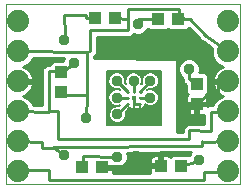
<source format=gtl>
G75*
%MOIN*%
%OFA0B0*%
%FSLAX24Y24*%
%IPPOS*%
%LPD*%
%AMOC8*
5,1,8,0,0,1.08239X$1,22.5*
%
%ADD10C,0.0000*%
%ADD11R,0.0150X0.0150*%
%ADD12C,0.0120*%
%ADD13C,0.0080*%
%ADD14R,0.0433X0.0394*%
%ADD15R,0.0394X0.0433*%
%ADD16C,0.0740*%
%ADD17C,0.0100*%
%ADD18C,0.0376*%
%ADD19C,0.0060*%
D10*
X000265Y000571D02*
X008076Y000571D01*
X008076Y006559D01*
X000265Y006559D01*
X000265Y000571D01*
D11*
X004524Y003433D03*
D12*
X004721Y003433D03*
X004721Y003236D03*
X004524Y003236D03*
X004327Y003236D03*
X004327Y003433D03*
X004327Y003630D03*
X004524Y003630D03*
X004721Y003630D03*
D13*
X004524Y003433D02*
X004524Y003236D01*
D14*
X005434Y001161D03*
X006103Y001161D03*
X003461Y001119D03*
X002792Y001119D03*
X005331Y006041D03*
X006001Y006041D03*
X003910Y006075D03*
X003241Y006075D03*
D15*
X002100Y004284D03*
X002100Y003615D03*
X006631Y003890D03*
X006631Y003221D03*
D16*
X007670Y002977D03*
X007670Y001977D03*
X007670Y000977D03*
X007670Y003977D03*
X007670Y004977D03*
X007670Y005977D03*
X000670Y005977D03*
X000670Y004977D03*
X000670Y003977D03*
X000670Y002977D03*
X000670Y001977D03*
X000670Y000977D03*
D17*
X001127Y001008D01*
X001694Y001008D01*
X001694Y000693D01*
X006855Y000693D01*
X006855Y000965D01*
X007670Y000977D01*
X006710Y001370D02*
X006667Y001319D01*
X006103Y001161D01*
X005760Y001471D02*
X005749Y001471D01*
X005754Y001466D02*
X005742Y001478D01*
X005708Y001498D01*
X005670Y001508D01*
X005482Y001508D01*
X005482Y001209D01*
X005385Y001209D01*
X005385Y001113D01*
X005067Y001113D01*
X005067Y000944D01*
X005076Y000913D01*
X003828Y000913D01*
X003828Y001070D01*
X003510Y001070D01*
X003510Y001167D01*
X003770Y001167D01*
X003778Y001159D01*
X003910Y001104D01*
X004052Y001104D01*
X004184Y001159D01*
X004285Y001260D01*
X004339Y001391D01*
X004339Y001534D01*
X004317Y001587D01*
X006441Y001608D01*
X006407Y001573D01*
X006388Y001528D01*
X005816Y001528D01*
X005754Y001466D01*
X005482Y001471D02*
X005385Y001471D01*
X005385Y001508D02*
X005198Y001508D01*
X005159Y001498D01*
X005125Y001478D01*
X005097Y001450D01*
X005078Y001416D01*
X005067Y001378D01*
X005067Y001209D01*
X005385Y001209D01*
X005385Y001508D01*
X005385Y001373D02*
X005482Y001373D01*
X005482Y001274D02*
X005385Y001274D01*
X005385Y001176D02*
X004201Y001176D01*
X004291Y001274D02*
X005067Y001274D01*
X005067Y001373D02*
X004332Y001373D01*
X004339Y001471D02*
X005119Y001471D01*
X005029Y001181D02*
X005434Y001161D01*
X005067Y001077D02*
X003510Y001077D01*
X003461Y001119D02*
X004733Y001189D01*
X004609Y001477D01*
X004324Y001570D02*
X006405Y001570D01*
X006796Y001831D02*
X006796Y001965D01*
X007670Y001977D01*
X007103Y002331D02*
X006383Y002339D01*
X006383Y002071D01*
X001993Y002071D01*
X001993Y003004D01*
X001702Y003004D01*
X001690Y004311D01*
X002096Y004300D01*
X002100Y004284D01*
X002218Y004324D01*
X002538Y004588D01*
X002206Y004722D02*
X001149Y004722D01*
X001161Y004752D02*
X001128Y004671D01*
X000976Y004519D01*
X000848Y004466D01*
X000870Y004459D01*
X000943Y004422D01*
X001009Y004373D01*
X001067Y004316D01*
X001115Y004249D01*
X001152Y004176D01*
X001177Y004099D01*
X001189Y004027D01*
X000720Y004027D01*
X000720Y003927D01*
X001189Y003927D01*
X001177Y003855D01*
X001152Y003777D01*
X001115Y003704D01*
X001067Y003638D01*
X001009Y003580D01*
X000943Y003532D01*
X000870Y003495D01*
X000848Y003488D01*
X000976Y003435D01*
X001128Y003283D01*
X001166Y003191D01*
X001480Y003188D01*
X001471Y004223D01*
X001467Y004227D01*
X001470Y004314D01*
X001469Y004401D01*
X001472Y004404D01*
X001473Y004409D01*
X001536Y004469D01*
X001597Y004531D01*
X001602Y004531D01*
X001605Y004534D01*
X001692Y004531D01*
X001733Y004532D01*
X001733Y004571D01*
X001833Y004670D01*
X002184Y004670D01*
X002214Y004741D01*
X001161Y004752D01*
X001080Y004623D02*
X001786Y004623D01*
X001591Y004525D02*
X000982Y004525D01*
X000933Y004426D02*
X001491Y004426D01*
X001470Y004328D02*
X001054Y004328D01*
X001125Y004229D02*
X001467Y004229D01*
X001471Y004131D02*
X001167Y004131D01*
X001188Y004032D02*
X001472Y004032D01*
X001473Y003934D02*
X000720Y003934D01*
X001067Y003638D02*
X001476Y003638D01*
X001475Y003737D02*
X001131Y003737D01*
X001171Y003835D02*
X001474Y003835D01*
X001477Y003540D02*
X000953Y003540D01*
X000960Y003441D02*
X001478Y003441D01*
X001479Y003343D02*
X001068Y003343D01*
X001144Y003244D02*
X001479Y003244D01*
X001702Y003004D02*
X001702Y002965D01*
X000670Y002977D01*
X000670Y001977D02*
X001457Y001965D01*
X001457Y001764D01*
X001863Y001764D01*
X002194Y001528D01*
X001847Y001784D01*
X006796Y001831D01*
X006796Y001965D02*
X006796Y001977D01*
X007103Y002331D02*
X007103Y002957D01*
X007213Y002957D01*
X007103Y002957D02*
X007670Y002977D01*
X007170Y003180D02*
X007212Y003283D01*
X007364Y003435D01*
X007493Y003488D01*
X007470Y003495D01*
X007398Y003532D01*
X007331Y003580D01*
X007273Y003638D01*
X006998Y003638D01*
X006998Y003603D02*
X006998Y004177D01*
X006899Y004277D01*
X006718Y004277D01*
X006731Y004309D01*
X006731Y004451D01*
X006677Y004583D01*
X006576Y004684D01*
X006444Y004738D01*
X006302Y004738D01*
X006170Y004684D01*
X006070Y004583D01*
X006015Y004451D01*
X006015Y004309D01*
X006070Y004177D01*
X006143Y004103D01*
X006140Y004098D01*
X006154Y004032D01*
X005965Y004032D01*
X005965Y003934D02*
X006175Y003934D01*
X006173Y003945D02*
X006178Y003920D01*
X006235Y003883D01*
X006265Y003854D01*
X006265Y003603D01*
X006326Y003541D01*
X006315Y003530D01*
X006295Y003495D01*
X006285Y003457D01*
X006285Y003269D01*
X006583Y003269D01*
X006583Y003172D01*
X006680Y003172D01*
X006680Y002854D01*
X006848Y002854D01*
X006883Y002864D01*
X006883Y002554D01*
X006475Y002558D01*
X006474Y002559D01*
X006384Y002559D01*
X006294Y002560D01*
X006293Y002559D01*
X006292Y002559D01*
X006228Y002495D01*
X006164Y002433D01*
X006164Y002431D01*
X006163Y002430D01*
X006163Y002340D01*
X006162Y002291D01*
X005972Y002291D01*
X005961Y004737D01*
X003193Y004756D01*
X003193Y004780D01*
X003212Y004784D01*
X003246Y004840D01*
X003292Y004887D01*
X003292Y004915D01*
X003307Y004940D01*
X003292Y005003D01*
X003289Y005457D01*
X004265Y005460D01*
X004269Y005457D01*
X004355Y005461D01*
X004442Y005461D01*
X004446Y005465D01*
X004451Y005465D01*
X004509Y005529D01*
X004543Y005562D01*
X004607Y005536D01*
X004749Y005536D01*
X004881Y005591D01*
X004982Y005691D01*
X004995Y005724D01*
X005045Y005674D01*
X005618Y005674D01*
X005666Y005722D01*
X005714Y005674D01*
X006288Y005674D01*
X006379Y005766D01*
X006740Y005389D01*
X006744Y005366D01*
X006801Y005325D01*
X006850Y005275D01*
X006873Y005274D01*
X007132Y005090D01*
X007130Y005084D01*
X007130Y004869D01*
X007212Y004671D01*
X007364Y004519D01*
X007493Y004466D01*
X007470Y004459D01*
X007398Y004422D01*
X007331Y004373D01*
X007273Y004316D01*
X007225Y004249D01*
X007188Y004176D01*
X007163Y004099D01*
X007152Y004027D01*
X007620Y004027D01*
X007620Y003927D01*
X007152Y003927D01*
X007163Y003855D01*
X007188Y003777D01*
X007225Y003704D01*
X007273Y003638D01*
X007209Y003737D02*
X006998Y003737D01*
X006998Y003835D02*
X007169Y003835D01*
X006998Y003934D02*
X007620Y003934D01*
X007670Y003977D02*
X007347Y003965D01*
X007347Y003508D01*
X006954Y003508D01*
X006631Y003221D01*
X006381Y003221D01*
X006381Y002715D01*
X006415Y002854D02*
X006583Y002854D01*
X006583Y003172D01*
X006285Y003172D01*
X006285Y002985D01*
X006295Y002946D01*
X006315Y002912D01*
X006343Y002884D01*
X006377Y002865D01*
X006415Y002854D01*
X006294Y002949D02*
X005969Y002949D01*
X005969Y003047D02*
X006285Y003047D01*
X006285Y003146D02*
X005968Y003146D01*
X005968Y003244D02*
X006583Y003244D01*
X006680Y003244D02*
X007196Y003244D01*
X007170Y003180D02*
X007099Y003177D01*
X007012Y003177D01*
X007009Y003174D01*
X007004Y003174D01*
X006978Y003146D01*
X006978Y003146D01*
X006978Y003172D01*
X006680Y003172D01*
X006680Y003269D01*
X006978Y003269D01*
X006978Y003457D01*
X006968Y003495D01*
X006948Y003530D01*
X006937Y003541D01*
X006998Y003603D01*
X006938Y003540D02*
X007387Y003540D01*
X007381Y003441D02*
X006978Y003441D01*
X006978Y003343D02*
X007273Y003343D01*
X006883Y002850D02*
X005970Y002850D01*
X005970Y002752D02*
X006883Y002752D01*
X006883Y002653D02*
X005971Y002653D01*
X005971Y002555D02*
X006287Y002555D01*
X006188Y002456D02*
X005972Y002456D01*
X005972Y002358D02*
X006163Y002358D01*
X006759Y002555D02*
X006883Y002555D01*
X006680Y002949D02*
X006583Y002949D01*
X006583Y003047D02*
X006680Y003047D01*
X006680Y003146D02*
X006583Y003146D01*
X006285Y003343D02*
X005968Y003343D01*
X005967Y003441D02*
X006285Y003441D01*
X006325Y003540D02*
X005967Y003540D01*
X005966Y003638D02*
X006265Y003638D01*
X006265Y003737D02*
X005966Y003737D01*
X005965Y003835D02*
X006265Y003835D01*
X006173Y003945D02*
X006154Y003964D01*
X006154Y004032D01*
X006116Y004131D02*
X005964Y004131D01*
X005964Y004229D02*
X006048Y004229D01*
X006015Y004328D02*
X005963Y004328D01*
X005963Y004426D02*
X006015Y004426D01*
X006046Y004525D02*
X005962Y004525D01*
X005962Y004623D02*
X006110Y004623D01*
X005961Y004722D02*
X006263Y004722D01*
X006483Y004722D02*
X007191Y004722D01*
X007260Y004623D02*
X006636Y004623D01*
X006701Y004525D02*
X007358Y004525D01*
X007407Y004426D02*
X006731Y004426D01*
X006731Y004328D02*
X007286Y004328D01*
X007215Y004229D02*
X006946Y004229D01*
X006998Y004131D02*
X007173Y004131D01*
X007152Y004032D02*
X006998Y004032D01*
X006631Y003890D02*
X006374Y004056D01*
X006373Y004380D01*
X007150Y004820D02*
X003234Y004820D01*
X003294Y004919D02*
X007130Y004919D01*
X007130Y005017D02*
X003291Y005017D01*
X003291Y005116D02*
X007095Y005116D01*
X006957Y005214D02*
X003290Y005214D01*
X003290Y005313D02*
X006813Y005313D01*
X006719Y005411D02*
X003289Y005411D01*
X003068Y005677D02*
X004350Y005681D01*
X004335Y006056D01*
X004350Y006390D01*
X006028Y006390D01*
X006028Y006002D01*
X006001Y006041D01*
X006013Y006075D01*
X006406Y006056D01*
X006946Y005493D01*
X007670Y004977D01*
X006624Y005510D02*
X004492Y005510D01*
X004899Y005608D02*
X006530Y005608D01*
X006436Y005707D02*
X006320Y005707D01*
X005681Y005707D02*
X005651Y005707D01*
X005331Y006041D02*
X004694Y006054D01*
X004682Y006040D01*
X004678Y005894D01*
X004988Y005707D02*
X005012Y005707D01*
X004335Y006056D02*
X003910Y006075D01*
X003241Y006075D02*
X002950Y006075D01*
X002950Y006193D01*
X002217Y006201D01*
X002221Y005567D01*
X002198Y005355D01*
X002973Y004953D02*
X000670Y004977D01*
X002100Y003615D02*
X002112Y003522D01*
X002203Y003521D01*
X002973Y003509D01*
X002973Y004953D01*
X003072Y004977D01*
X003068Y005677D01*
X003964Y003994D02*
X004327Y003630D01*
X004327Y003433D02*
X003964Y003433D01*
X004327Y003236D02*
X003985Y002873D01*
X004585Y002833D02*
X004585Y002933D01*
X004524Y003236D02*
X004524Y003410D01*
X004524Y003236D02*
X004721Y003236D01*
X004721Y003433D02*
X005085Y003433D01*
X004721Y003630D02*
X005085Y003994D01*
X004524Y003994D02*
X004524Y003630D01*
X002973Y003509D02*
X002950Y002739D01*
X002835Y001486D02*
X003981Y001463D01*
X003828Y000979D02*
X005067Y000979D01*
X005029Y001181D02*
X004733Y001189D01*
X002835Y001486D02*
X002792Y001119D01*
D18*
X002194Y001528D03*
X002950Y002739D03*
X003985Y002873D03*
X004585Y002833D03*
X005124Y002833D03*
X005085Y003433D03*
X005085Y003994D03*
X004524Y003994D03*
X003964Y003994D03*
X003964Y003433D03*
X002538Y004588D03*
X002198Y005355D03*
X004678Y005894D03*
X006373Y004380D03*
X006381Y002715D03*
X006710Y001370D03*
X004609Y001477D03*
X003981Y001463D03*
D19*
X003624Y002533D02*
X003624Y004333D01*
X005424Y004333D01*
X005424Y002533D01*
X003624Y002533D01*
X003624Y002550D02*
X005424Y002550D01*
X005424Y002608D02*
X004073Y002608D01*
X004040Y002595D02*
X004143Y002637D01*
X004221Y002715D01*
X004263Y002818D01*
X004263Y002928D01*
X004253Y002953D01*
X004378Y003086D01*
X004390Y003086D01*
X004398Y003095D01*
X004408Y003084D01*
X004451Y003059D01*
X004499Y003046D01*
X004524Y003046D01*
X004524Y003236D01*
X004524Y003236D01*
X004524Y003046D01*
X004549Y003046D01*
X004598Y003059D01*
X004623Y003074D01*
X004648Y003059D01*
X004696Y003046D01*
X004721Y003046D01*
X004721Y003236D01*
X004721Y003236D01*
X004531Y003236D01*
X004524Y003236D01*
X004524Y003236D01*
X004721Y003236D01*
X004721Y003236D01*
X004721Y003046D01*
X004746Y003046D01*
X004795Y003059D01*
X004838Y003084D01*
X004873Y003120D01*
X004898Y003163D01*
X004911Y003211D01*
X004911Y003214D01*
X004928Y003198D01*
X005030Y003155D01*
X005140Y003155D01*
X005243Y003198D01*
X005321Y003276D01*
X005363Y003378D01*
X005363Y003489D01*
X005321Y003591D01*
X005243Y003669D01*
X005140Y003712D01*
X005030Y003712D01*
X004980Y003691D01*
X005012Y003723D01*
X005030Y003716D01*
X005140Y003716D01*
X005243Y003758D01*
X005321Y003837D01*
X005424Y003837D01*
X005424Y003895D02*
X005345Y003895D01*
X005363Y003939D02*
X005321Y003837D01*
X005263Y003778D02*
X005424Y003778D01*
X005424Y003720D02*
X005150Y003720D01*
X005250Y003661D02*
X005424Y003661D01*
X005424Y003603D02*
X005309Y003603D01*
X005340Y003544D02*
X005424Y003544D01*
X005424Y003486D02*
X005363Y003486D01*
X005363Y003427D02*
X005424Y003427D01*
X005424Y003369D02*
X005359Y003369D01*
X005335Y003310D02*
X005424Y003310D01*
X005424Y003252D02*
X005297Y003252D01*
X005232Y003193D02*
X005424Y003193D01*
X005424Y003135D02*
X004882Y003135D01*
X004907Y003193D02*
X004938Y003193D01*
X004824Y003076D02*
X005424Y003076D01*
X005424Y003018D02*
X004314Y003018D01*
X004369Y003076D02*
X004422Y003076D01*
X004524Y003076D02*
X004524Y003076D01*
X004524Y003135D02*
X004524Y003135D01*
X004524Y003193D02*
X004524Y003193D01*
X004721Y003193D02*
X004721Y003193D01*
X004721Y003135D02*
X004721Y003135D01*
X004721Y003076D02*
X004721Y003076D01*
X004259Y002959D02*
X005424Y002959D01*
X005424Y002901D02*
X004263Y002901D01*
X004263Y002842D02*
X005424Y002842D01*
X005424Y002784D02*
X004249Y002784D01*
X004225Y002725D02*
X005424Y002725D01*
X005424Y002667D02*
X004172Y002667D01*
X004040Y002595D02*
X003930Y002595D01*
X003828Y002637D01*
X003749Y002715D01*
X003707Y002818D01*
X003707Y002928D01*
X003749Y003030D01*
X003828Y003109D01*
X003930Y003151D01*
X004040Y003151D01*
X004051Y003147D01*
X004084Y003182D01*
X004019Y003155D01*
X003908Y003155D01*
X003806Y003198D01*
X003728Y003276D01*
X003686Y003378D01*
X003686Y003489D01*
X003728Y003591D01*
X003806Y003669D01*
X003908Y003712D01*
X004019Y003712D01*
X004069Y003691D01*
X004037Y003723D01*
X004019Y003716D01*
X003908Y003716D01*
X003806Y003758D01*
X003728Y003837D01*
X003624Y003837D01*
X003624Y003895D02*
X003704Y003895D01*
X003686Y003939D02*
X003728Y003837D01*
X003786Y003778D02*
X003624Y003778D01*
X003624Y003720D02*
X003899Y003720D01*
X003798Y003661D02*
X003624Y003661D01*
X003624Y003603D02*
X003740Y003603D01*
X003709Y003544D02*
X003624Y003544D01*
X003624Y003486D02*
X003686Y003486D01*
X003686Y003427D02*
X003624Y003427D01*
X003624Y003369D02*
X003690Y003369D01*
X003714Y003310D02*
X003624Y003310D01*
X003624Y003252D02*
X003752Y003252D01*
X003817Y003193D02*
X003624Y003193D01*
X003624Y003135D02*
X003891Y003135D01*
X003795Y003076D02*
X003624Y003076D01*
X003624Y003018D02*
X003744Y003018D01*
X003720Y002959D02*
X003624Y002959D01*
X003624Y002901D02*
X003707Y002901D01*
X003707Y002842D02*
X003624Y002842D01*
X003624Y002784D02*
X003721Y002784D01*
X003745Y002725D02*
X003624Y002725D01*
X003624Y002667D02*
X003798Y002667D01*
X003897Y002608D02*
X003624Y002608D01*
X004029Y003720D02*
X004040Y003720D01*
X004260Y003895D02*
X004264Y003895D01*
X004267Y003889D02*
X004235Y003921D01*
X004242Y003939D01*
X004242Y004049D01*
X004200Y004152D01*
X004121Y004230D01*
X004019Y004272D01*
X003908Y004272D01*
X003806Y004230D01*
X003728Y004152D01*
X003686Y004049D01*
X003686Y003939D01*
X003686Y003954D02*
X003624Y003954D01*
X003624Y004012D02*
X003686Y004012D01*
X003695Y004071D02*
X003624Y004071D01*
X003624Y004129D02*
X003719Y004129D01*
X003764Y004188D02*
X003624Y004188D01*
X003624Y004246D02*
X003846Y004246D01*
X004081Y004246D02*
X004407Y004246D01*
X004367Y004230D02*
X004289Y004152D01*
X004246Y004049D01*
X004246Y003939D01*
X004267Y003889D01*
X004246Y003954D02*
X004242Y003954D01*
X004242Y004012D02*
X004246Y004012D01*
X004255Y004071D02*
X004233Y004071D01*
X004209Y004129D02*
X004279Y004129D01*
X004325Y004188D02*
X004163Y004188D01*
X004367Y004230D02*
X004469Y004272D01*
X004580Y004272D01*
X004682Y004230D01*
X004760Y004152D01*
X004803Y004049D01*
X004803Y003939D01*
X004782Y003889D01*
X004814Y003921D01*
X004807Y003939D01*
X004807Y004049D01*
X004849Y004152D01*
X004928Y004230D01*
X005030Y004272D01*
X005140Y004272D01*
X005243Y004230D01*
X005321Y004152D01*
X005363Y004049D01*
X005363Y003939D01*
X005363Y003954D02*
X005424Y003954D01*
X005424Y004012D02*
X005363Y004012D01*
X005354Y004071D02*
X005424Y004071D01*
X005424Y004129D02*
X005330Y004129D01*
X005285Y004188D02*
X005424Y004188D01*
X005424Y004246D02*
X005203Y004246D01*
X005424Y004305D02*
X003624Y004305D01*
X004642Y004246D02*
X004967Y004246D01*
X004886Y004188D02*
X004724Y004188D01*
X004769Y004129D02*
X004840Y004129D01*
X004816Y004071D02*
X004794Y004071D01*
X004803Y004012D02*
X004807Y004012D01*
X004803Y003954D02*
X004807Y003954D01*
X004788Y003895D02*
X004785Y003895D01*
X005009Y003720D02*
X005020Y003720D01*
M02*

</source>
